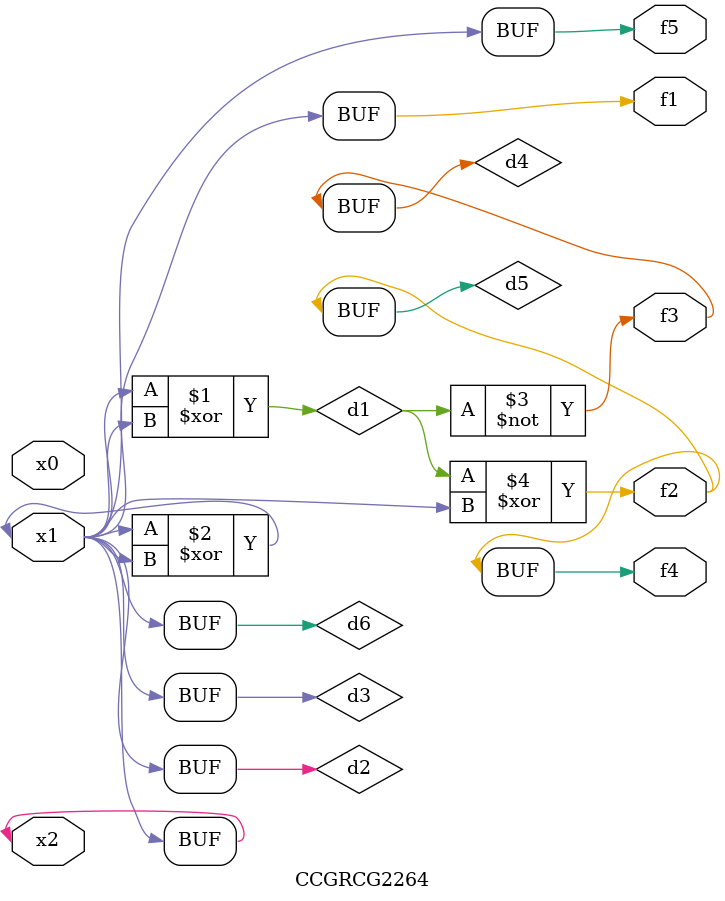
<source format=v>
module CCGRCG2264(
	input x0, x1, x2,
	output f1, f2, f3, f4, f5
);

	wire d1, d2, d3, d4, d5, d6;

	xor (d1, x1, x2);
	buf (d2, x1, x2);
	xor (d3, x1, x2);
	nor (d4, d1);
	xor (d5, d1, d2);
	buf (d6, d2, d3);
	assign f1 = d6;
	assign f2 = d5;
	assign f3 = d4;
	assign f4 = d5;
	assign f5 = d6;
endmodule

</source>
